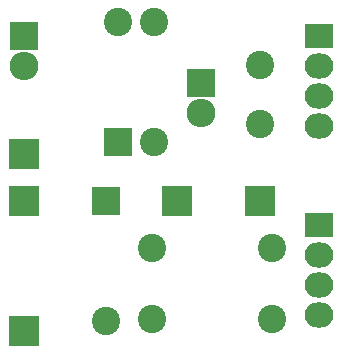
<source format=gbs>
G04 #@! TF.FileFunction,Soldermask,Bot*
%FSLAX46Y46*%
G04 Gerber Fmt 4.6, Leading zero omitted, Abs format (unit mm)*
G04 Created by KiCad (PCBNEW 4.0.1-3.201512221402+6198~38~ubuntu14.04.1-stable) date Sat 30 Apr 2016 09:50:25 AM EDT*
%MOMM*%
G01*
G04 APERTURE LIST*
%ADD10C,0.100000*%
%ADD11C,2.398980*%
%ADD12R,2.398980X2.398980*%
%ADD13R,2.432000X2.127200*%
%ADD14O,2.432000X2.127200*%
%ADD15R,2.635200X2.635200*%
%ADD16R,2.432000X2.432000*%
%ADD17O,2.432000X2.432000*%
G04 APERTURE END LIST*
D10*
D11*
X111997460Y-34840000D03*
D12*
X111997460Y-45000000D03*
D11*
X111002540Y-60160000D03*
D12*
X111002540Y-50000000D03*
D13*
X129000000Y-36000000D03*
D14*
X129000000Y-38540000D03*
X129000000Y-41080000D03*
X129000000Y-43620000D03*
D15*
X104000000Y-50000000D03*
X124000000Y-50000000D03*
X117000000Y-50000000D03*
X104000000Y-46000000D03*
D16*
X104000000Y-36000000D03*
D17*
X104000000Y-38540000D03*
D11*
X115000000Y-45000000D03*
X115000000Y-34840000D03*
D16*
X119000000Y-40000000D03*
D17*
X119000000Y-42540000D03*
D13*
X129000000Y-52000000D03*
D14*
X129000000Y-54540000D03*
X129000000Y-57080000D03*
X129000000Y-59620000D03*
D11*
X125000000Y-60000000D03*
X114840000Y-60000000D03*
X125000000Y-54000000D03*
X114840000Y-54000000D03*
X124000000Y-38500640D03*
X124000000Y-43501900D03*
D15*
X104000000Y-61000000D03*
M02*

</source>
